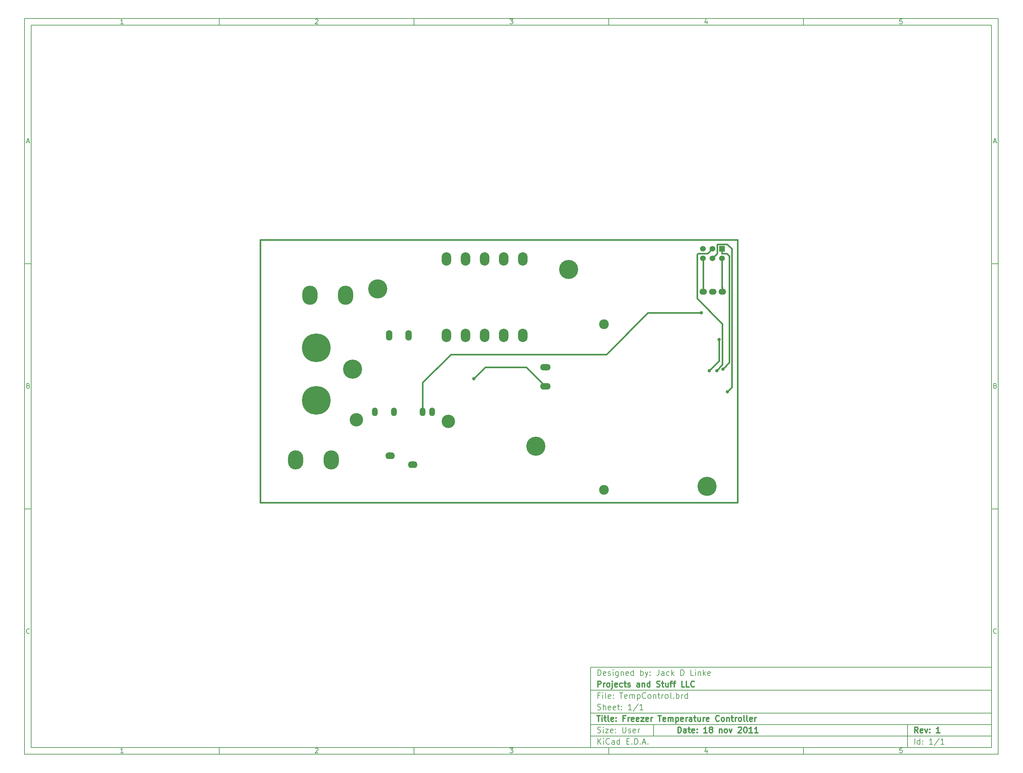
<source format=gbl>
G04 (created by PCBNEW-RS274X (2011-07-08 BZR 3044)-stable) date 11/18/2011 4:50:18 PM*
G01*
G70*
G90*
%MOIN*%
G04 Gerber Fmt 3.4, Leading zero omitted, Abs format*
%FSLAX34Y34*%
G04 APERTURE LIST*
%ADD10C,0.006000*%
%ADD11C,0.012000*%
%ADD12C,0.015000*%
%ADD13C,0.200000*%
%ADD14R,0.060000X0.060000*%
%ADD15C,0.060000*%
%ADD16C,0.102400*%
%ADD17O,0.100000X0.070000*%
%ADD18O,0.100000X0.140000*%
%ADD19O,0.160000X0.200000*%
%ADD20O,0.066900X0.110200*%
%ADD21O,0.110200X0.066900*%
%ADD22C,0.140000*%
%ADD23O,0.060000X0.090000*%
%ADD24C,0.300000*%
%ADD25O,0.080000X0.060000*%
%ADD26C,0.035000*%
%ADD27C,0.016000*%
G04 APERTURE END LIST*
G54D10*
X04000Y-04000D02*
X106000Y-04000D01*
X106000Y-81000D01*
X04000Y-81000D01*
X04000Y-04000D01*
X04700Y-04700D02*
X105300Y-04700D01*
X105300Y-80300D01*
X04700Y-80300D01*
X04700Y-04700D01*
X24400Y-04000D02*
X24400Y-04700D01*
X14343Y-04552D02*
X14057Y-04552D01*
X14200Y-04552D02*
X14200Y-04052D01*
X14152Y-04124D01*
X14105Y-04171D01*
X14057Y-04195D01*
X24400Y-81000D02*
X24400Y-80300D01*
X14343Y-80852D02*
X14057Y-80852D01*
X14200Y-80852D02*
X14200Y-80352D01*
X14152Y-80424D01*
X14105Y-80471D01*
X14057Y-80495D01*
X44800Y-04000D02*
X44800Y-04700D01*
X34457Y-04100D02*
X34481Y-04076D01*
X34529Y-04052D01*
X34648Y-04052D01*
X34695Y-04076D01*
X34719Y-04100D01*
X34743Y-04148D01*
X34743Y-04195D01*
X34719Y-04267D01*
X34433Y-04552D01*
X34743Y-04552D01*
X44800Y-81000D02*
X44800Y-80300D01*
X34457Y-80400D02*
X34481Y-80376D01*
X34529Y-80352D01*
X34648Y-80352D01*
X34695Y-80376D01*
X34719Y-80400D01*
X34743Y-80448D01*
X34743Y-80495D01*
X34719Y-80567D01*
X34433Y-80852D01*
X34743Y-80852D01*
X65200Y-04000D02*
X65200Y-04700D01*
X54833Y-04052D02*
X55143Y-04052D01*
X54976Y-04243D01*
X55048Y-04243D01*
X55095Y-04267D01*
X55119Y-04290D01*
X55143Y-04338D01*
X55143Y-04457D01*
X55119Y-04505D01*
X55095Y-04529D01*
X55048Y-04552D01*
X54905Y-04552D01*
X54857Y-04529D01*
X54833Y-04505D01*
X65200Y-81000D02*
X65200Y-80300D01*
X54833Y-80352D02*
X55143Y-80352D01*
X54976Y-80543D01*
X55048Y-80543D01*
X55095Y-80567D01*
X55119Y-80590D01*
X55143Y-80638D01*
X55143Y-80757D01*
X55119Y-80805D01*
X55095Y-80829D01*
X55048Y-80852D01*
X54905Y-80852D01*
X54857Y-80829D01*
X54833Y-80805D01*
X85600Y-04000D02*
X85600Y-04700D01*
X75495Y-04219D02*
X75495Y-04552D01*
X75376Y-04029D02*
X75257Y-04386D01*
X75567Y-04386D01*
X85600Y-81000D02*
X85600Y-80300D01*
X75495Y-80519D02*
X75495Y-80852D01*
X75376Y-80329D02*
X75257Y-80686D01*
X75567Y-80686D01*
X95919Y-04052D02*
X95681Y-04052D01*
X95657Y-04290D01*
X95681Y-04267D01*
X95729Y-04243D01*
X95848Y-04243D01*
X95895Y-04267D01*
X95919Y-04290D01*
X95943Y-04338D01*
X95943Y-04457D01*
X95919Y-04505D01*
X95895Y-04529D01*
X95848Y-04552D01*
X95729Y-04552D01*
X95681Y-04529D01*
X95657Y-04505D01*
X95919Y-80352D02*
X95681Y-80352D01*
X95657Y-80590D01*
X95681Y-80567D01*
X95729Y-80543D01*
X95848Y-80543D01*
X95895Y-80567D01*
X95919Y-80590D01*
X95943Y-80638D01*
X95943Y-80757D01*
X95919Y-80805D01*
X95895Y-80829D01*
X95848Y-80852D01*
X95729Y-80852D01*
X95681Y-80829D01*
X95657Y-80805D01*
X04000Y-29660D02*
X04700Y-29660D01*
X04231Y-16890D02*
X04469Y-16890D01*
X04184Y-17032D02*
X04350Y-16532D01*
X04517Y-17032D01*
X106000Y-29660D02*
X105300Y-29660D01*
X105531Y-16890D02*
X105769Y-16890D01*
X105484Y-17032D02*
X105650Y-16532D01*
X105817Y-17032D01*
X04000Y-55320D02*
X04700Y-55320D01*
X04386Y-42430D02*
X04457Y-42454D01*
X04481Y-42478D01*
X04505Y-42526D01*
X04505Y-42597D01*
X04481Y-42645D01*
X04457Y-42669D01*
X04410Y-42692D01*
X04219Y-42692D01*
X04219Y-42192D01*
X04386Y-42192D01*
X04433Y-42216D01*
X04457Y-42240D01*
X04481Y-42288D01*
X04481Y-42335D01*
X04457Y-42383D01*
X04433Y-42407D01*
X04386Y-42430D01*
X04219Y-42430D01*
X106000Y-55320D02*
X105300Y-55320D01*
X105686Y-42430D02*
X105757Y-42454D01*
X105781Y-42478D01*
X105805Y-42526D01*
X105805Y-42597D01*
X105781Y-42645D01*
X105757Y-42669D01*
X105710Y-42692D01*
X105519Y-42692D01*
X105519Y-42192D01*
X105686Y-42192D01*
X105733Y-42216D01*
X105757Y-42240D01*
X105781Y-42288D01*
X105781Y-42335D01*
X105757Y-42383D01*
X105733Y-42407D01*
X105686Y-42430D01*
X105519Y-42430D01*
X04505Y-68305D02*
X04481Y-68329D01*
X04410Y-68352D01*
X04362Y-68352D01*
X04290Y-68329D01*
X04243Y-68281D01*
X04219Y-68233D01*
X04195Y-68138D01*
X04195Y-68067D01*
X04219Y-67971D01*
X04243Y-67924D01*
X04290Y-67876D01*
X04362Y-67852D01*
X04410Y-67852D01*
X04481Y-67876D01*
X04505Y-67900D01*
X105805Y-68305D02*
X105781Y-68329D01*
X105710Y-68352D01*
X105662Y-68352D01*
X105590Y-68329D01*
X105543Y-68281D01*
X105519Y-68233D01*
X105495Y-68138D01*
X105495Y-68067D01*
X105519Y-67971D01*
X105543Y-67924D01*
X105590Y-67876D01*
X105662Y-67852D01*
X105710Y-67852D01*
X105781Y-67876D01*
X105805Y-67900D01*
G54D11*
X72443Y-78743D02*
X72443Y-78143D01*
X72586Y-78143D01*
X72671Y-78171D01*
X72729Y-78229D01*
X72757Y-78286D01*
X72786Y-78400D01*
X72786Y-78486D01*
X72757Y-78600D01*
X72729Y-78657D01*
X72671Y-78714D01*
X72586Y-78743D01*
X72443Y-78743D01*
X73300Y-78743D02*
X73300Y-78429D01*
X73271Y-78371D01*
X73214Y-78343D01*
X73100Y-78343D01*
X73043Y-78371D01*
X73300Y-78714D02*
X73243Y-78743D01*
X73100Y-78743D01*
X73043Y-78714D01*
X73014Y-78657D01*
X73014Y-78600D01*
X73043Y-78543D01*
X73100Y-78514D01*
X73243Y-78514D01*
X73300Y-78486D01*
X73500Y-78343D02*
X73729Y-78343D01*
X73586Y-78143D02*
X73586Y-78657D01*
X73614Y-78714D01*
X73672Y-78743D01*
X73729Y-78743D01*
X74157Y-78714D02*
X74100Y-78743D01*
X73986Y-78743D01*
X73929Y-78714D01*
X73900Y-78657D01*
X73900Y-78429D01*
X73929Y-78371D01*
X73986Y-78343D01*
X74100Y-78343D01*
X74157Y-78371D01*
X74186Y-78429D01*
X74186Y-78486D01*
X73900Y-78543D01*
X74443Y-78686D02*
X74471Y-78714D01*
X74443Y-78743D01*
X74414Y-78714D01*
X74443Y-78686D01*
X74443Y-78743D01*
X74443Y-78371D02*
X74471Y-78400D01*
X74443Y-78429D01*
X74414Y-78400D01*
X74443Y-78371D01*
X74443Y-78429D01*
X75500Y-78743D02*
X75157Y-78743D01*
X75329Y-78743D02*
X75329Y-78143D01*
X75272Y-78229D01*
X75214Y-78286D01*
X75157Y-78314D01*
X75843Y-78400D02*
X75785Y-78371D01*
X75757Y-78343D01*
X75728Y-78286D01*
X75728Y-78257D01*
X75757Y-78200D01*
X75785Y-78171D01*
X75843Y-78143D01*
X75957Y-78143D01*
X76014Y-78171D01*
X76043Y-78200D01*
X76071Y-78257D01*
X76071Y-78286D01*
X76043Y-78343D01*
X76014Y-78371D01*
X75957Y-78400D01*
X75843Y-78400D01*
X75785Y-78429D01*
X75757Y-78457D01*
X75728Y-78514D01*
X75728Y-78629D01*
X75757Y-78686D01*
X75785Y-78714D01*
X75843Y-78743D01*
X75957Y-78743D01*
X76014Y-78714D01*
X76043Y-78686D01*
X76071Y-78629D01*
X76071Y-78514D01*
X76043Y-78457D01*
X76014Y-78429D01*
X75957Y-78400D01*
X76785Y-78343D02*
X76785Y-78743D01*
X76785Y-78400D02*
X76813Y-78371D01*
X76871Y-78343D01*
X76956Y-78343D01*
X77013Y-78371D01*
X77042Y-78429D01*
X77042Y-78743D01*
X77414Y-78743D02*
X77356Y-78714D01*
X77328Y-78686D01*
X77299Y-78629D01*
X77299Y-78457D01*
X77328Y-78400D01*
X77356Y-78371D01*
X77414Y-78343D01*
X77499Y-78343D01*
X77556Y-78371D01*
X77585Y-78400D01*
X77614Y-78457D01*
X77614Y-78629D01*
X77585Y-78686D01*
X77556Y-78714D01*
X77499Y-78743D01*
X77414Y-78743D01*
X77814Y-78343D02*
X77957Y-78743D01*
X78099Y-78343D01*
X78756Y-78200D02*
X78785Y-78171D01*
X78842Y-78143D01*
X78985Y-78143D01*
X79042Y-78171D01*
X79071Y-78200D01*
X79099Y-78257D01*
X79099Y-78314D01*
X79071Y-78400D01*
X78728Y-78743D01*
X79099Y-78743D01*
X79470Y-78143D02*
X79527Y-78143D01*
X79584Y-78171D01*
X79613Y-78200D01*
X79642Y-78257D01*
X79670Y-78371D01*
X79670Y-78514D01*
X79642Y-78629D01*
X79613Y-78686D01*
X79584Y-78714D01*
X79527Y-78743D01*
X79470Y-78743D01*
X79413Y-78714D01*
X79384Y-78686D01*
X79356Y-78629D01*
X79327Y-78514D01*
X79327Y-78371D01*
X79356Y-78257D01*
X79384Y-78200D01*
X79413Y-78171D01*
X79470Y-78143D01*
X80241Y-78743D02*
X79898Y-78743D01*
X80070Y-78743D02*
X80070Y-78143D01*
X80013Y-78229D01*
X79955Y-78286D01*
X79898Y-78314D01*
X80812Y-78743D02*
X80469Y-78743D01*
X80641Y-78743D02*
X80641Y-78143D01*
X80584Y-78229D01*
X80526Y-78286D01*
X80469Y-78314D01*
G54D10*
X64043Y-79943D02*
X64043Y-79343D01*
X64386Y-79943D02*
X64129Y-79600D01*
X64386Y-79343D02*
X64043Y-79686D01*
X64643Y-79943D02*
X64643Y-79543D01*
X64643Y-79343D02*
X64614Y-79371D01*
X64643Y-79400D01*
X64671Y-79371D01*
X64643Y-79343D01*
X64643Y-79400D01*
X65272Y-79886D02*
X65243Y-79914D01*
X65157Y-79943D01*
X65100Y-79943D01*
X65015Y-79914D01*
X64957Y-79857D01*
X64929Y-79800D01*
X64900Y-79686D01*
X64900Y-79600D01*
X64929Y-79486D01*
X64957Y-79429D01*
X65015Y-79371D01*
X65100Y-79343D01*
X65157Y-79343D01*
X65243Y-79371D01*
X65272Y-79400D01*
X65786Y-79943D02*
X65786Y-79629D01*
X65757Y-79571D01*
X65700Y-79543D01*
X65586Y-79543D01*
X65529Y-79571D01*
X65786Y-79914D02*
X65729Y-79943D01*
X65586Y-79943D01*
X65529Y-79914D01*
X65500Y-79857D01*
X65500Y-79800D01*
X65529Y-79743D01*
X65586Y-79714D01*
X65729Y-79714D01*
X65786Y-79686D01*
X66329Y-79943D02*
X66329Y-79343D01*
X66329Y-79914D02*
X66272Y-79943D01*
X66158Y-79943D01*
X66100Y-79914D01*
X66072Y-79886D01*
X66043Y-79829D01*
X66043Y-79657D01*
X66072Y-79600D01*
X66100Y-79571D01*
X66158Y-79543D01*
X66272Y-79543D01*
X66329Y-79571D01*
X67072Y-79629D02*
X67272Y-79629D01*
X67358Y-79943D02*
X67072Y-79943D01*
X67072Y-79343D01*
X67358Y-79343D01*
X67615Y-79886D02*
X67643Y-79914D01*
X67615Y-79943D01*
X67586Y-79914D01*
X67615Y-79886D01*
X67615Y-79943D01*
X67901Y-79943D02*
X67901Y-79343D01*
X68044Y-79343D01*
X68129Y-79371D01*
X68187Y-79429D01*
X68215Y-79486D01*
X68244Y-79600D01*
X68244Y-79686D01*
X68215Y-79800D01*
X68187Y-79857D01*
X68129Y-79914D01*
X68044Y-79943D01*
X67901Y-79943D01*
X68501Y-79886D02*
X68529Y-79914D01*
X68501Y-79943D01*
X68472Y-79914D01*
X68501Y-79886D01*
X68501Y-79943D01*
X68758Y-79771D02*
X69044Y-79771D01*
X68701Y-79943D02*
X68901Y-79343D01*
X69101Y-79943D01*
X69301Y-79886D02*
X69329Y-79914D01*
X69301Y-79943D01*
X69272Y-79914D01*
X69301Y-79886D01*
X69301Y-79943D01*
G54D11*
X97586Y-78743D02*
X97386Y-78457D01*
X97243Y-78743D02*
X97243Y-78143D01*
X97471Y-78143D01*
X97529Y-78171D01*
X97557Y-78200D01*
X97586Y-78257D01*
X97586Y-78343D01*
X97557Y-78400D01*
X97529Y-78429D01*
X97471Y-78457D01*
X97243Y-78457D01*
X98071Y-78714D02*
X98014Y-78743D01*
X97900Y-78743D01*
X97843Y-78714D01*
X97814Y-78657D01*
X97814Y-78429D01*
X97843Y-78371D01*
X97900Y-78343D01*
X98014Y-78343D01*
X98071Y-78371D01*
X98100Y-78429D01*
X98100Y-78486D01*
X97814Y-78543D01*
X98300Y-78343D02*
X98443Y-78743D01*
X98585Y-78343D01*
X98814Y-78686D02*
X98842Y-78714D01*
X98814Y-78743D01*
X98785Y-78714D01*
X98814Y-78686D01*
X98814Y-78743D01*
X98814Y-78371D02*
X98842Y-78400D01*
X98814Y-78429D01*
X98785Y-78400D01*
X98814Y-78371D01*
X98814Y-78429D01*
X99871Y-78743D02*
X99528Y-78743D01*
X99700Y-78743D02*
X99700Y-78143D01*
X99643Y-78229D01*
X99585Y-78286D01*
X99528Y-78314D01*
G54D10*
X64014Y-78714D02*
X64100Y-78743D01*
X64243Y-78743D01*
X64300Y-78714D01*
X64329Y-78686D01*
X64357Y-78629D01*
X64357Y-78571D01*
X64329Y-78514D01*
X64300Y-78486D01*
X64243Y-78457D01*
X64129Y-78429D01*
X64071Y-78400D01*
X64043Y-78371D01*
X64014Y-78314D01*
X64014Y-78257D01*
X64043Y-78200D01*
X64071Y-78171D01*
X64129Y-78143D01*
X64271Y-78143D01*
X64357Y-78171D01*
X64614Y-78743D02*
X64614Y-78343D01*
X64614Y-78143D02*
X64585Y-78171D01*
X64614Y-78200D01*
X64642Y-78171D01*
X64614Y-78143D01*
X64614Y-78200D01*
X64843Y-78343D02*
X65157Y-78343D01*
X64843Y-78743D01*
X65157Y-78743D01*
X65614Y-78714D02*
X65557Y-78743D01*
X65443Y-78743D01*
X65386Y-78714D01*
X65357Y-78657D01*
X65357Y-78429D01*
X65386Y-78371D01*
X65443Y-78343D01*
X65557Y-78343D01*
X65614Y-78371D01*
X65643Y-78429D01*
X65643Y-78486D01*
X65357Y-78543D01*
X65900Y-78686D02*
X65928Y-78714D01*
X65900Y-78743D01*
X65871Y-78714D01*
X65900Y-78686D01*
X65900Y-78743D01*
X65900Y-78371D02*
X65928Y-78400D01*
X65900Y-78429D01*
X65871Y-78400D01*
X65900Y-78371D01*
X65900Y-78429D01*
X66643Y-78143D02*
X66643Y-78629D01*
X66671Y-78686D01*
X66700Y-78714D01*
X66757Y-78743D01*
X66871Y-78743D01*
X66929Y-78714D01*
X66957Y-78686D01*
X66986Y-78629D01*
X66986Y-78143D01*
X67243Y-78714D02*
X67300Y-78743D01*
X67415Y-78743D01*
X67472Y-78714D01*
X67500Y-78657D01*
X67500Y-78629D01*
X67472Y-78571D01*
X67415Y-78543D01*
X67329Y-78543D01*
X67272Y-78514D01*
X67243Y-78457D01*
X67243Y-78429D01*
X67272Y-78371D01*
X67329Y-78343D01*
X67415Y-78343D01*
X67472Y-78371D01*
X67986Y-78714D02*
X67929Y-78743D01*
X67815Y-78743D01*
X67758Y-78714D01*
X67729Y-78657D01*
X67729Y-78429D01*
X67758Y-78371D01*
X67815Y-78343D01*
X67929Y-78343D01*
X67986Y-78371D01*
X68015Y-78429D01*
X68015Y-78486D01*
X67729Y-78543D01*
X68272Y-78743D02*
X68272Y-78343D01*
X68272Y-78457D02*
X68300Y-78400D01*
X68329Y-78371D01*
X68386Y-78343D01*
X68443Y-78343D01*
X97243Y-79943D02*
X97243Y-79343D01*
X97786Y-79943D02*
X97786Y-79343D01*
X97786Y-79914D02*
X97729Y-79943D01*
X97615Y-79943D01*
X97557Y-79914D01*
X97529Y-79886D01*
X97500Y-79829D01*
X97500Y-79657D01*
X97529Y-79600D01*
X97557Y-79571D01*
X97615Y-79543D01*
X97729Y-79543D01*
X97786Y-79571D01*
X98072Y-79886D02*
X98100Y-79914D01*
X98072Y-79943D01*
X98043Y-79914D01*
X98072Y-79886D01*
X98072Y-79943D01*
X98072Y-79571D02*
X98100Y-79600D01*
X98072Y-79629D01*
X98043Y-79600D01*
X98072Y-79571D01*
X98072Y-79629D01*
X99129Y-79943D02*
X98786Y-79943D01*
X98958Y-79943D02*
X98958Y-79343D01*
X98901Y-79429D01*
X98843Y-79486D01*
X98786Y-79514D01*
X99814Y-79314D02*
X99300Y-80086D01*
X100329Y-79943D02*
X99986Y-79943D01*
X100158Y-79943D02*
X100158Y-79343D01*
X100101Y-79429D01*
X100043Y-79486D01*
X99986Y-79514D01*
G54D11*
X63957Y-76943D02*
X64300Y-76943D01*
X64129Y-77543D02*
X64129Y-76943D01*
X64500Y-77543D02*
X64500Y-77143D01*
X64500Y-76943D02*
X64471Y-76971D01*
X64500Y-77000D01*
X64528Y-76971D01*
X64500Y-76943D01*
X64500Y-77000D01*
X64700Y-77143D02*
X64929Y-77143D01*
X64786Y-76943D02*
X64786Y-77457D01*
X64814Y-77514D01*
X64872Y-77543D01*
X64929Y-77543D01*
X65215Y-77543D02*
X65157Y-77514D01*
X65129Y-77457D01*
X65129Y-76943D01*
X65671Y-77514D02*
X65614Y-77543D01*
X65500Y-77543D01*
X65443Y-77514D01*
X65414Y-77457D01*
X65414Y-77229D01*
X65443Y-77171D01*
X65500Y-77143D01*
X65614Y-77143D01*
X65671Y-77171D01*
X65700Y-77229D01*
X65700Y-77286D01*
X65414Y-77343D01*
X65957Y-77486D02*
X65985Y-77514D01*
X65957Y-77543D01*
X65928Y-77514D01*
X65957Y-77486D01*
X65957Y-77543D01*
X65957Y-77171D02*
X65985Y-77200D01*
X65957Y-77229D01*
X65928Y-77200D01*
X65957Y-77171D01*
X65957Y-77229D01*
X66900Y-77229D02*
X66700Y-77229D01*
X66700Y-77543D02*
X66700Y-76943D01*
X66986Y-76943D01*
X67214Y-77543D02*
X67214Y-77143D01*
X67214Y-77257D02*
X67242Y-77200D01*
X67271Y-77171D01*
X67328Y-77143D01*
X67385Y-77143D01*
X67813Y-77514D02*
X67756Y-77543D01*
X67642Y-77543D01*
X67585Y-77514D01*
X67556Y-77457D01*
X67556Y-77229D01*
X67585Y-77171D01*
X67642Y-77143D01*
X67756Y-77143D01*
X67813Y-77171D01*
X67842Y-77229D01*
X67842Y-77286D01*
X67556Y-77343D01*
X68327Y-77514D02*
X68270Y-77543D01*
X68156Y-77543D01*
X68099Y-77514D01*
X68070Y-77457D01*
X68070Y-77229D01*
X68099Y-77171D01*
X68156Y-77143D01*
X68270Y-77143D01*
X68327Y-77171D01*
X68356Y-77229D01*
X68356Y-77286D01*
X68070Y-77343D01*
X68556Y-77143D02*
X68870Y-77143D01*
X68556Y-77543D01*
X68870Y-77543D01*
X69327Y-77514D02*
X69270Y-77543D01*
X69156Y-77543D01*
X69099Y-77514D01*
X69070Y-77457D01*
X69070Y-77229D01*
X69099Y-77171D01*
X69156Y-77143D01*
X69270Y-77143D01*
X69327Y-77171D01*
X69356Y-77229D01*
X69356Y-77286D01*
X69070Y-77343D01*
X69613Y-77543D02*
X69613Y-77143D01*
X69613Y-77257D02*
X69641Y-77200D01*
X69670Y-77171D01*
X69727Y-77143D01*
X69784Y-77143D01*
X70355Y-76943D02*
X70698Y-76943D01*
X70527Y-77543D02*
X70527Y-76943D01*
X71126Y-77514D02*
X71069Y-77543D01*
X70955Y-77543D01*
X70898Y-77514D01*
X70869Y-77457D01*
X70869Y-77229D01*
X70898Y-77171D01*
X70955Y-77143D01*
X71069Y-77143D01*
X71126Y-77171D01*
X71155Y-77229D01*
X71155Y-77286D01*
X70869Y-77343D01*
X71412Y-77543D02*
X71412Y-77143D01*
X71412Y-77200D02*
X71440Y-77171D01*
X71498Y-77143D01*
X71583Y-77143D01*
X71640Y-77171D01*
X71669Y-77229D01*
X71669Y-77543D01*
X71669Y-77229D02*
X71698Y-77171D01*
X71755Y-77143D01*
X71840Y-77143D01*
X71898Y-77171D01*
X71926Y-77229D01*
X71926Y-77543D01*
X72212Y-77143D02*
X72212Y-77743D01*
X72212Y-77171D02*
X72269Y-77143D01*
X72383Y-77143D01*
X72440Y-77171D01*
X72469Y-77200D01*
X72498Y-77257D01*
X72498Y-77429D01*
X72469Y-77486D01*
X72440Y-77514D01*
X72383Y-77543D01*
X72269Y-77543D01*
X72212Y-77514D01*
X72983Y-77514D02*
X72926Y-77543D01*
X72812Y-77543D01*
X72755Y-77514D01*
X72726Y-77457D01*
X72726Y-77229D01*
X72755Y-77171D01*
X72812Y-77143D01*
X72926Y-77143D01*
X72983Y-77171D01*
X73012Y-77229D01*
X73012Y-77286D01*
X72726Y-77343D01*
X73269Y-77543D02*
X73269Y-77143D01*
X73269Y-77257D02*
X73297Y-77200D01*
X73326Y-77171D01*
X73383Y-77143D01*
X73440Y-77143D01*
X73897Y-77543D02*
X73897Y-77229D01*
X73868Y-77171D01*
X73811Y-77143D01*
X73697Y-77143D01*
X73640Y-77171D01*
X73897Y-77514D02*
X73840Y-77543D01*
X73697Y-77543D01*
X73640Y-77514D01*
X73611Y-77457D01*
X73611Y-77400D01*
X73640Y-77343D01*
X73697Y-77314D01*
X73840Y-77314D01*
X73897Y-77286D01*
X74097Y-77143D02*
X74326Y-77143D01*
X74183Y-76943D02*
X74183Y-77457D01*
X74211Y-77514D01*
X74269Y-77543D01*
X74326Y-77543D01*
X74783Y-77143D02*
X74783Y-77543D01*
X74526Y-77143D02*
X74526Y-77457D01*
X74554Y-77514D01*
X74612Y-77543D01*
X74697Y-77543D01*
X74754Y-77514D01*
X74783Y-77486D01*
X75069Y-77543D02*
X75069Y-77143D01*
X75069Y-77257D02*
X75097Y-77200D01*
X75126Y-77171D01*
X75183Y-77143D01*
X75240Y-77143D01*
X75668Y-77514D02*
X75611Y-77543D01*
X75497Y-77543D01*
X75440Y-77514D01*
X75411Y-77457D01*
X75411Y-77229D01*
X75440Y-77171D01*
X75497Y-77143D01*
X75611Y-77143D01*
X75668Y-77171D01*
X75697Y-77229D01*
X75697Y-77286D01*
X75411Y-77343D01*
X76754Y-77486D02*
X76725Y-77514D01*
X76639Y-77543D01*
X76582Y-77543D01*
X76497Y-77514D01*
X76439Y-77457D01*
X76411Y-77400D01*
X76382Y-77286D01*
X76382Y-77200D01*
X76411Y-77086D01*
X76439Y-77029D01*
X76497Y-76971D01*
X76582Y-76943D01*
X76639Y-76943D01*
X76725Y-76971D01*
X76754Y-77000D01*
X77097Y-77543D02*
X77039Y-77514D01*
X77011Y-77486D01*
X76982Y-77429D01*
X76982Y-77257D01*
X77011Y-77200D01*
X77039Y-77171D01*
X77097Y-77143D01*
X77182Y-77143D01*
X77239Y-77171D01*
X77268Y-77200D01*
X77297Y-77257D01*
X77297Y-77429D01*
X77268Y-77486D01*
X77239Y-77514D01*
X77182Y-77543D01*
X77097Y-77543D01*
X77554Y-77143D02*
X77554Y-77543D01*
X77554Y-77200D02*
X77582Y-77171D01*
X77640Y-77143D01*
X77725Y-77143D01*
X77782Y-77171D01*
X77811Y-77229D01*
X77811Y-77543D01*
X78011Y-77143D02*
X78240Y-77143D01*
X78097Y-76943D02*
X78097Y-77457D01*
X78125Y-77514D01*
X78183Y-77543D01*
X78240Y-77543D01*
X78440Y-77543D02*
X78440Y-77143D01*
X78440Y-77257D02*
X78468Y-77200D01*
X78497Y-77171D01*
X78554Y-77143D01*
X78611Y-77143D01*
X78897Y-77543D02*
X78839Y-77514D01*
X78811Y-77486D01*
X78782Y-77429D01*
X78782Y-77257D01*
X78811Y-77200D01*
X78839Y-77171D01*
X78897Y-77143D01*
X78982Y-77143D01*
X79039Y-77171D01*
X79068Y-77200D01*
X79097Y-77257D01*
X79097Y-77429D01*
X79068Y-77486D01*
X79039Y-77514D01*
X78982Y-77543D01*
X78897Y-77543D01*
X79440Y-77543D02*
X79382Y-77514D01*
X79354Y-77457D01*
X79354Y-76943D01*
X79754Y-77543D02*
X79696Y-77514D01*
X79668Y-77457D01*
X79668Y-76943D01*
X80210Y-77514D02*
X80153Y-77543D01*
X80039Y-77543D01*
X79982Y-77514D01*
X79953Y-77457D01*
X79953Y-77229D01*
X79982Y-77171D01*
X80039Y-77143D01*
X80153Y-77143D01*
X80210Y-77171D01*
X80239Y-77229D01*
X80239Y-77286D01*
X79953Y-77343D01*
X80496Y-77543D02*
X80496Y-77143D01*
X80496Y-77257D02*
X80524Y-77200D01*
X80553Y-77171D01*
X80610Y-77143D01*
X80667Y-77143D01*
G54D10*
X64243Y-74829D02*
X64043Y-74829D01*
X64043Y-75143D02*
X64043Y-74543D01*
X64329Y-74543D01*
X64557Y-75143D02*
X64557Y-74743D01*
X64557Y-74543D02*
X64528Y-74571D01*
X64557Y-74600D01*
X64585Y-74571D01*
X64557Y-74543D01*
X64557Y-74600D01*
X64929Y-75143D02*
X64871Y-75114D01*
X64843Y-75057D01*
X64843Y-74543D01*
X65385Y-75114D02*
X65328Y-75143D01*
X65214Y-75143D01*
X65157Y-75114D01*
X65128Y-75057D01*
X65128Y-74829D01*
X65157Y-74771D01*
X65214Y-74743D01*
X65328Y-74743D01*
X65385Y-74771D01*
X65414Y-74829D01*
X65414Y-74886D01*
X65128Y-74943D01*
X65671Y-75086D02*
X65699Y-75114D01*
X65671Y-75143D01*
X65642Y-75114D01*
X65671Y-75086D01*
X65671Y-75143D01*
X65671Y-74771D02*
X65699Y-74800D01*
X65671Y-74829D01*
X65642Y-74800D01*
X65671Y-74771D01*
X65671Y-74829D01*
X66328Y-74543D02*
X66671Y-74543D01*
X66500Y-75143D02*
X66500Y-74543D01*
X67099Y-75114D02*
X67042Y-75143D01*
X66928Y-75143D01*
X66871Y-75114D01*
X66842Y-75057D01*
X66842Y-74829D01*
X66871Y-74771D01*
X66928Y-74743D01*
X67042Y-74743D01*
X67099Y-74771D01*
X67128Y-74829D01*
X67128Y-74886D01*
X66842Y-74943D01*
X67385Y-75143D02*
X67385Y-74743D01*
X67385Y-74800D02*
X67413Y-74771D01*
X67471Y-74743D01*
X67556Y-74743D01*
X67613Y-74771D01*
X67642Y-74829D01*
X67642Y-75143D01*
X67642Y-74829D02*
X67671Y-74771D01*
X67728Y-74743D01*
X67813Y-74743D01*
X67871Y-74771D01*
X67899Y-74829D01*
X67899Y-75143D01*
X68185Y-74743D02*
X68185Y-75343D01*
X68185Y-74771D02*
X68242Y-74743D01*
X68356Y-74743D01*
X68413Y-74771D01*
X68442Y-74800D01*
X68471Y-74857D01*
X68471Y-75029D01*
X68442Y-75086D01*
X68413Y-75114D01*
X68356Y-75143D01*
X68242Y-75143D01*
X68185Y-75114D01*
X69071Y-75086D02*
X69042Y-75114D01*
X68956Y-75143D01*
X68899Y-75143D01*
X68814Y-75114D01*
X68756Y-75057D01*
X68728Y-75000D01*
X68699Y-74886D01*
X68699Y-74800D01*
X68728Y-74686D01*
X68756Y-74629D01*
X68814Y-74571D01*
X68899Y-74543D01*
X68956Y-74543D01*
X69042Y-74571D01*
X69071Y-74600D01*
X69414Y-75143D02*
X69356Y-75114D01*
X69328Y-75086D01*
X69299Y-75029D01*
X69299Y-74857D01*
X69328Y-74800D01*
X69356Y-74771D01*
X69414Y-74743D01*
X69499Y-74743D01*
X69556Y-74771D01*
X69585Y-74800D01*
X69614Y-74857D01*
X69614Y-75029D01*
X69585Y-75086D01*
X69556Y-75114D01*
X69499Y-75143D01*
X69414Y-75143D01*
X69871Y-74743D02*
X69871Y-75143D01*
X69871Y-74800D02*
X69899Y-74771D01*
X69957Y-74743D01*
X70042Y-74743D01*
X70099Y-74771D01*
X70128Y-74829D01*
X70128Y-75143D01*
X70328Y-74743D02*
X70557Y-74743D01*
X70414Y-74543D02*
X70414Y-75057D01*
X70442Y-75114D01*
X70500Y-75143D01*
X70557Y-75143D01*
X70757Y-75143D02*
X70757Y-74743D01*
X70757Y-74857D02*
X70785Y-74800D01*
X70814Y-74771D01*
X70871Y-74743D01*
X70928Y-74743D01*
X71214Y-75143D02*
X71156Y-75114D01*
X71128Y-75086D01*
X71099Y-75029D01*
X71099Y-74857D01*
X71128Y-74800D01*
X71156Y-74771D01*
X71214Y-74743D01*
X71299Y-74743D01*
X71356Y-74771D01*
X71385Y-74800D01*
X71414Y-74857D01*
X71414Y-75029D01*
X71385Y-75086D01*
X71356Y-75114D01*
X71299Y-75143D01*
X71214Y-75143D01*
X71757Y-75143D02*
X71699Y-75114D01*
X71671Y-75057D01*
X71671Y-74543D01*
X71985Y-75086D02*
X72013Y-75114D01*
X71985Y-75143D01*
X71956Y-75114D01*
X71985Y-75086D01*
X71985Y-75143D01*
X72271Y-75143D02*
X72271Y-74543D01*
X72271Y-74771D02*
X72328Y-74743D01*
X72442Y-74743D01*
X72499Y-74771D01*
X72528Y-74800D01*
X72557Y-74857D01*
X72557Y-75029D01*
X72528Y-75086D01*
X72499Y-75114D01*
X72442Y-75143D01*
X72328Y-75143D01*
X72271Y-75114D01*
X72814Y-75143D02*
X72814Y-74743D01*
X72814Y-74857D02*
X72842Y-74800D01*
X72871Y-74771D01*
X72928Y-74743D01*
X72985Y-74743D01*
X73442Y-75143D02*
X73442Y-74543D01*
X73442Y-75114D02*
X73385Y-75143D01*
X73271Y-75143D01*
X73213Y-75114D01*
X73185Y-75086D01*
X73156Y-75029D01*
X73156Y-74857D01*
X73185Y-74800D01*
X73213Y-74771D01*
X73271Y-74743D01*
X73385Y-74743D01*
X73442Y-74771D01*
X64014Y-76314D02*
X64100Y-76343D01*
X64243Y-76343D01*
X64300Y-76314D01*
X64329Y-76286D01*
X64357Y-76229D01*
X64357Y-76171D01*
X64329Y-76114D01*
X64300Y-76086D01*
X64243Y-76057D01*
X64129Y-76029D01*
X64071Y-76000D01*
X64043Y-75971D01*
X64014Y-75914D01*
X64014Y-75857D01*
X64043Y-75800D01*
X64071Y-75771D01*
X64129Y-75743D01*
X64271Y-75743D01*
X64357Y-75771D01*
X64614Y-76343D02*
X64614Y-75743D01*
X64871Y-76343D02*
X64871Y-76029D01*
X64842Y-75971D01*
X64785Y-75943D01*
X64700Y-75943D01*
X64642Y-75971D01*
X64614Y-76000D01*
X65385Y-76314D02*
X65328Y-76343D01*
X65214Y-76343D01*
X65157Y-76314D01*
X65128Y-76257D01*
X65128Y-76029D01*
X65157Y-75971D01*
X65214Y-75943D01*
X65328Y-75943D01*
X65385Y-75971D01*
X65414Y-76029D01*
X65414Y-76086D01*
X65128Y-76143D01*
X65899Y-76314D02*
X65842Y-76343D01*
X65728Y-76343D01*
X65671Y-76314D01*
X65642Y-76257D01*
X65642Y-76029D01*
X65671Y-75971D01*
X65728Y-75943D01*
X65842Y-75943D01*
X65899Y-75971D01*
X65928Y-76029D01*
X65928Y-76086D01*
X65642Y-76143D01*
X66099Y-75943D02*
X66328Y-75943D01*
X66185Y-75743D02*
X66185Y-76257D01*
X66213Y-76314D01*
X66271Y-76343D01*
X66328Y-76343D01*
X66528Y-76286D02*
X66556Y-76314D01*
X66528Y-76343D01*
X66499Y-76314D01*
X66528Y-76286D01*
X66528Y-76343D01*
X66528Y-75971D02*
X66556Y-76000D01*
X66528Y-76029D01*
X66499Y-76000D01*
X66528Y-75971D01*
X66528Y-76029D01*
X67585Y-76343D02*
X67242Y-76343D01*
X67414Y-76343D02*
X67414Y-75743D01*
X67357Y-75829D01*
X67299Y-75886D01*
X67242Y-75914D01*
X68270Y-75714D02*
X67756Y-76486D01*
X68785Y-76343D02*
X68442Y-76343D01*
X68614Y-76343D02*
X68614Y-75743D01*
X68557Y-75829D01*
X68499Y-75886D01*
X68442Y-75914D01*
G54D11*
X64043Y-73943D02*
X64043Y-73343D01*
X64271Y-73343D01*
X64329Y-73371D01*
X64357Y-73400D01*
X64386Y-73457D01*
X64386Y-73543D01*
X64357Y-73600D01*
X64329Y-73629D01*
X64271Y-73657D01*
X64043Y-73657D01*
X64643Y-73943D02*
X64643Y-73543D01*
X64643Y-73657D02*
X64671Y-73600D01*
X64700Y-73571D01*
X64757Y-73543D01*
X64814Y-73543D01*
X65100Y-73943D02*
X65042Y-73914D01*
X65014Y-73886D01*
X64985Y-73829D01*
X64985Y-73657D01*
X65014Y-73600D01*
X65042Y-73571D01*
X65100Y-73543D01*
X65185Y-73543D01*
X65242Y-73571D01*
X65271Y-73600D01*
X65300Y-73657D01*
X65300Y-73829D01*
X65271Y-73886D01*
X65242Y-73914D01*
X65185Y-73943D01*
X65100Y-73943D01*
X65557Y-73543D02*
X65557Y-74057D01*
X65528Y-74114D01*
X65471Y-74143D01*
X65443Y-74143D01*
X65557Y-73343D02*
X65528Y-73371D01*
X65557Y-73400D01*
X65585Y-73371D01*
X65557Y-73343D01*
X65557Y-73400D01*
X66071Y-73914D02*
X66014Y-73943D01*
X65900Y-73943D01*
X65843Y-73914D01*
X65814Y-73857D01*
X65814Y-73629D01*
X65843Y-73571D01*
X65900Y-73543D01*
X66014Y-73543D01*
X66071Y-73571D01*
X66100Y-73629D01*
X66100Y-73686D01*
X65814Y-73743D01*
X66614Y-73914D02*
X66557Y-73943D01*
X66443Y-73943D01*
X66385Y-73914D01*
X66357Y-73886D01*
X66328Y-73829D01*
X66328Y-73657D01*
X66357Y-73600D01*
X66385Y-73571D01*
X66443Y-73543D01*
X66557Y-73543D01*
X66614Y-73571D01*
X66785Y-73543D02*
X67014Y-73543D01*
X66871Y-73343D02*
X66871Y-73857D01*
X66899Y-73914D01*
X66957Y-73943D01*
X67014Y-73943D01*
X67185Y-73914D02*
X67242Y-73943D01*
X67357Y-73943D01*
X67414Y-73914D01*
X67442Y-73857D01*
X67442Y-73829D01*
X67414Y-73771D01*
X67357Y-73743D01*
X67271Y-73743D01*
X67214Y-73714D01*
X67185Y-73657D01*
X67185Y-73629D01*
X67214Y-73571D01*
X67271Y-73543D01*
X67357Y-73543D01*
X67414Y-73571D01*
X68414Y-73943D02*
X68414Y-73629D01*
X68385Y-73571D01*
X68328Y-73543D01*
X68214Y-73543D01*
X68157Y-73571D01*
X68414Y-73914D02*
X68357Y-73943D01*
X68214Y-73943D01*
X68157Y-73914D01*
X68128Y-73857D01*
X68128Y-73800D01*
X68157Y-73743D01*
X68214Y-73714D01*
X68357Y-73714D01*
X68414Y-73686D01*
X68700Y-73543D02*
X68700Y-73943D01*
X68700Y-73600D02*
X68728Y-73571D01*
X68786Y-73543D01*
X68871Y-73543D01*
X68928Y-73571D01*
X68957Y-73629D01*
X68957Y-73943D01*
X69500Y-73943D02*
X69500Y-73343D01*
X69500Y-73914D02*
X69443Y-73943D01*
X69329Y-73943D01*
X69271Y-73914D01*
X69243Y-73886D01*
X69214Y-73829D01*
X69214Y-73657D01*
X69243Y-73600D01*
X69271Y-73571D01*
X69329Y-73543D01*
X69443Y-73543D01*
X69500Y-73571D01*
X70214Y-73914D02*
X70300Y-73943D01*
X70443Y-73943D01*
X70500Y-73914D01*
X70529Y-73886D01*
X70557Y-73829D01*
X70557Y-73771D01*
X70529Y-73714D01*
X70500Y-73686D01*
X70443Y-73657D01*
X70329Y-73629D01*
X70271Y-73600D01*
X70243Y-73571D01*
X70214Y-73514D01*
X70214Y-73457D01*
X70243Y-73400D01*
X70271Y-73371D01*
X70329Y-73343D01*
X70471Y-73343D01*
X70557Y-73371D01*
X70728Y-73543D02*
X70957Y-73543D01*
X70814Y-73343D02*
X70814Y-73857D01*
X70842Y-73914D01*
X70900Y-73943D01*
X70957Y-73943D01*
X71414Y-73543D02*
X71414Y-73943D01*
X71157Y-73543D02*
X71157Y-73857D01*
X71185Y-73914D01*
X71243Y-73943D01*
X71328Y-73943D01*
X71385Y-73914D01*
X71414Y-73886D01*
X71614Y-73543D02*
X71843Y-73543D01*
X71700Y-73943D02*
X71700Y-73429D01*
X71728Y-73371D01*
X71786Y-73343D01*
X71843Y-73343D01*
X71957Y-73543D02*
X72186Y-73543D01*
X72043Y-73943D02*
X72043Y-73429D01*
X72071Y-73371D01*
X72129Y-73343D01*
X72186Y-73343D01*
X73129Y-73943D02*
X72843Y-73943D01*
X72843Y-73343D01*
X73615Y-73943D02*
X73329Y-73943D01*
X73329Y-73343D01*
X74158Y-73886D02*
X74129Y-73914D01*
X74043Y-73943D01*
X73986Y-73943D01*
X73901Y-73914D01*
X73843Y-73857D01*
X73815Y-73800D01*
X73786Y-73686D01*
X73786Y-73600D01*
X73815Y-73486D01*
X73843Y-73429D01*
X73901Y-73371D01*
X73986Y-73343D01*
X74043Y-73343D01*
X74129Y-73371D01*
X74158Y-73400D01*
G54D10*
X64043Y-72743D02*
X64043Y-72143D01*
X64186Y-72143D01*
X64271Y-72171D01*
X64329Y-72229D01*
X64357Y-72286D01*
X64386Y-72400D01*
X64386Y-72486D01*
X64357Y-72600D01*
X64329Y-72657D01*
X64271Y-72714D01*
X64186Y-72743D01*
X64043Y-72743D01*
X64871Y-72714D02*
X64814Y-72743D01*
X64700Y-72743D01*
X64643Y-72714D01*
X64614Y-72657D01*
X64614Y-72429D01*
X64643Y-72371D01*
X64700Y-72343D01*
X64814Y-72343D01*
X64871Y-72371D01*
X64900Y-72429D01*
X64900Y-72486D01*
X64614Y-72543D01*
X65128Y-72714D02*
X65185Y-72743D01*
X65300Y-72743D01*
X65357Y-72714D01*
X65385Y-72657D01*
X65385Y-72629D01*
X65357Y-72571D01*
X65300Y-72543D01*
X65214Y-72543D01*
X65157Y-72514D01*
X65128Y-72457D01*
X65128Y-72429D01*
X65157Y-72371D01*
X65214Y-72343D01*
X65300Y-72343D01*
X65357Y-72371D01*
X65643Y-72743D02*
X65643Y-72343D01*
X65643Y-72143D02*
X65614Y-72171D01*
X65643Y-72200D01*
X65671Y-72171D01*
X65643Y-72143D01*
X65643Y-72200D01*
X66186Y-72343D02*
X66186Y-72829D01*
X66157Y-72886D01*
X66129Y-72914D01*
X66072Y-72943D01*
X65986Y-72943D01*
X65929Y-72914D01*
X66186Y-72714D02*
X66129Y-72743D01*
X66015Y-72743D01*
X65957Y-72714D01*
X65929Y-72686D01*
X65900Y-72629D01*
X65900Y-72457D01*
X65929Y-72400D01*
X65957Y-72371D01*
X66015Y-72343D01*
X66129Y-72343D01*
X66186Y-72371D01*
X66472Y-72343D02*
X66472Y-72743D01*
X66472Y-72400D02*
X66500Y-72371D01*
X66558Y-72343D01*
X66643Y-72343D01*
X66700Y-72371D01*
X66729Y-72429D01*
X66729Y-72743D01*
X67243Y-72714D02*
X67186Y-72743D01*
X67072Y-72743D01*
X67015Y-72714D01*
X66986Y-72657D01*
X66986Y-72429D01*
X67015Y-72371D01*
X67072Y-72343D01*
X67186Y-72343D01*
X67243Y-72371D01*
X67272Y-72429D01*
X67272Y-72486D01*
X66986Y-72543D01*
X67786Y-72743D02*
X67786Y-72143D01*
X67786Y-72714D02*
X67729Y-72743D01*
X67615Y-72743D01*
X67557Y-72714D01*
X67529Y-72686D01*
X67500Y-72629D01*
X67500Y-72457D01*
X67529Y-72400D01*
X67557Y-72371D01*
X67615Y-72343D01*
X67729Y-72343D01*
X67786Y-72371D01*
X68529Y-72743D02*
X68529Y-72143D01*
X68529Y-72371D02*
X68586Y-72343D01*
X68700Y-72343D01*
X68757Y-72371D01*
X68786Y-72400D01*
X68815Y-72457D01*
X68815Y-72629D01*
X68786Y-72686D01*
X68757Y-72714D01*
X68700Y-72743D01*
X68586Y-72743D01*
X68529Y-72714D01*
X69015Y-72343D02*
X69158Y-72743D01*
X69300Y-72343D02*
X69158Y-72743D01*
X69100Y-72886D01*
X69072Y-72914D01*
X69015Y-72943D01*
X69529Y-72686D02*
X69557Y-72714D01*
X69529Y-72743D01*
X69500Y-72714D01*
X69529Y-72686D01*
X69529Y-72743D01*
X69529Y-72371D02*
X69557Y-72400D01*
X69529Y-72429D01*
X69500Y-72400D01*
X69529Y-72371D01*
X69529Y-72429D01*
X70443Y-72143D02*
X70443Y-72571D01*
X70415Y-72657D01*
X70358Y-72714D01*
X70272Y-72743D01*
X70215Y-72743D01*
X70986Y-72743D02*
X70986Y-72429D01*
X70957Y-72371D01*
X70900Y-72343D01*
X70786Y-72343D01*
X70729Y-72371D01*
X70986Y-72714D02*
X70929Y-72743D01*
X70786Y-72743D01*
X70729Y-72714D01*
X70700Y-72657D01*
X70700Y-72600D01*
X70729Y-72543D01*
X70786Y-72514D01*
X70929Y-72514D01*
X70986Y-72486D01*
X71529Y-72714D02*
X71472Y-72743D01*
X71358Y-72743D01*
X71300Y-72714D01*
X71272Y-72686D01*
X71243Y-72629D01*
X71243Y-72457D01*
X71272Y-72400D01*
X71300Y-72371D01*
X71358Y-72343D01*
X71472Y-72343D01*
X71529Y-72371D01*
X71786Y-72743D02*
X71786Y-72143D01*
X71843Y-72514D02*
X72014Y-72743D01*
X72014Y-72343D02*
X71786Y-72571D01*
X72729Y-72743D02*
X72729Y-72143D01*
X72872Y-72143D01*
X72957Y-72171D01*
X73015Y-72229D01*
X73043Y-72286D01*
X73072Y-72400D01*
X73072Y-72486D01*
X73043Y-72600D01*
X73015Y-72657D01*
X72957Y-72714D01*
X72872Y-72743D01*
X72729Y-72743D01*
X74072Y-72743D02*
X73786Y-72743D01*
X73786Y-72143D01*
X74272Y-72743D02*
X74272Y-72343D01*
X74272Y-72143D02*
X74243Y-72171D01*
X74272Y-72200D01*
X74300Y-72171D01*
X74272Y-72143D01*
X74272Y-72200D01*
X74558Y-72343D02*
X74558Y-72743D01*
X74558Y-72400D02*
X74586Y-72371D01*
X74644Y-72343D01*
X74729Y-72343D01*
X74786Y-72371D01*
X74815Y-72429D01*
X74815Y-72743D01*
X75101Y-72743D02*
X75101Y-72143D01*
X75158Y-72514D02*
X75329Y-72743D01*
X75329Y-72343D02*
X75101Y-72571D01*
X75815Y-72714D02*
X75758Y-72743D01*
X75644Y-72743D01*
X75587Y-72714D01*
X75558Y-72657D01*
X75558Y-72429D01*
X75587Y-72371D01*
X75644Y-72343D01*
X75758Y-72343D01*
X75815Y-72371D01*
X75844Y-72429D01*
X75844Y-72486D01*
X75558Y-72543D01*
X63300Y-71900D02*
X63300Y-80300D01*
X63300Y-74300D02*
X105300Y-74300D01*
X63300Y-71900D02*
X105300Y-71900D01*
X63300Y-76700D02*
X105300Y-76700D01*
X96500Y-77900D02*
X96500Y-80300D01*
X63300Y-79100D02*
X105300Y-79100D01*
X63300Y-77900D02*
X105300Y-77900D01*
X69900Y-77900D02*
X69900Y-79100D01*
G54D12*
X28700Y-54650D02*
X28700Y-27150D01*
X78700Y-54650D02*
X28700Y-54650D01*
X78700Y-27150D02*
X78700Y-54650D01*
X28700Y-27150D02*
X78700Y-27150D01*
G54D13*
X41000Y-32300D03*
X38350Y-40700D03*
X57550Y-48750D03*
X61000Y-30250D03*
X75500Y-52950D03*
G54D14*
X77052Y-28091D03*
G54D15*
X77052Y-29091D03*
X76052Y-28091D03*
X76052Y-29091D03*
X75052Y-28091D03*
X75052Y-29091D03*
G54D16*
X64700Y-35989D03*
X64700Y-53311D03*
G54D17*
X42294Y-49752D03*
X44662Y-50696D03*
G54D18*
X48200Y-29150D03*
X50200Y-29150D03*
X52200Y-29150D03*
X54200Y-29150D03*
X56200Y-29150D03*
X56200Y-37150D03*
X54200Y-37150D03*
X52200Y-37150D03*
X50200Y-37150D03*
X48200Y-37150D03*
G54D19*
X33875Y-32950D03*
X37625Y-32950D03*
G54D20*
X42196Y-37150D03*
X44204Y-37150D03*
G54D21*
X58550Y-40496D03*
X58550Y-42504D03*
G54D22*
X48400Y-46150D03*
X38750Y-46000D03*
G54D23*
X45700Y-45150D03*
X42700Y-45150D03*
X40700Y-45150D03*
X46700Y-45150D03*
G54D24*
X34550Y-38450D03*
X34550Y-43950D03*
G54D25*
X76070Y-32600D03*
X75070Y-32600D03*
X77070Y-32600D03*
G54D19*
X32375Y-50200D03*
X36125Y-50200D03*
G54D26*
X77630Y-43042D03*
X76502Y-40844D03*
X76738Y-37604D03*
X75712Y-40847D03*
X77152Y-40682D03*
X74900Y-34800D03*
X51050Y-41700D03*
G54D27*
X77052Y-32099D02*
X77052Y-29091D01*
X77070Y-32117D02*
X77052Y-32099D01*
X77070Y-32600D02*
X77070Y-32117D01*
X75070Y-29109D02*
X75070Y-32600D01*
X75052Y-29091D02*
X75070Y-29109D01*
X78096Y-42576D02*
X77630Y-43042D01*
X78096Y-28106D02*
X78096Y-42576D01*
X77597Y-27607D02*
X78096Y-28106D01*
X76613Y-27607D02*
X77597Y-27607D01*
X76568Y-27652D02*
X76613Y-27607D01*
X76568Y-28575D02*
X76568Y-27652D01*
X76052Y-29091D02*
X76568Y-28575D01*
X76502Y-40826D02*
X76502Y-40844D01*
X77097Y-40231D02*
X76502Y-40826D01*
X77097Y-35942D02*
X77097Y-40231D01*
X74436Y-33281D02*
X77097Y-35942D01*
X74436Y-28706D02*
X74436Y-33281D01*
X74551Y-28591D02*
X74436Y-28706D01*
X75552Y-28591D02*
X74551Y-28591D01*
X76052Y-28091D02*
X75552Y-28591D01*
X76738Y-39821D02*
X75712Y-40847D01*
X76738Y-37604D02*
X76738Y-39821D01*
X77832Y-40002D02*
X77152Y-40682D01*
X77832Y-28871D02*
X77832Y-40002D01*
X77535Y-28574D02*
X77832Y-28871D01*
X77052Y-28574D02*
X77535Y-28574D01*
X77052Y-28091D02*
X77052Y-28574D01*
X69300Y-34800D02*
X74900Y-34800D01*
X64950Y-39150D02*
X69300Y-34800D01*
X48650Y-39150D02*
X64950Y-39150D01*
X45700Y-42100D02*
X48650Y-39150D01*
X45700Y-45150D02*
X45700Y-42100D01*
X56546Y-40500D02*
X58550Y-42504D01*
X52250Y-40500D02*
X56546Y-40500D01*
X51050Y-41700D02*
X52250Y-40500D01*
M02*

</source>
